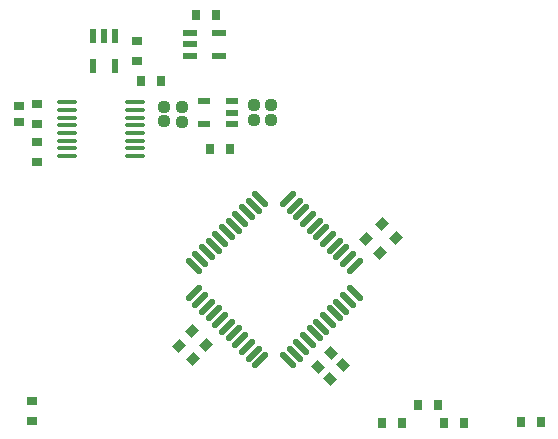
<source format=gtp>
G04*
G04 #@! TF.GenerationSoftware,Altium Limited,Altium Designer,22.4.2 (48)*
G04*
G04 Layer_Color=8421504*
%FSLAX25Y25*%
%MOIN*%
G70*
G04*
G04 #@! TF.SameCoordinates,153A9C53-5A63-4743-AA9A-0FD6701F73E5*
G04*
G04*
G04 #@! TF.FilePolarity,Positive*
G04*
G01*
G75*
%ADD15R,0.03543X0.03150*%
G04:AMPARAMS|DCode=16|XSize=21.65mil|YSize=68.9mil|CornerRadius=0mil|HoleSize=0mil|Usage=FLASHONLY|Rotation=315.000|XOffset=0mil|YOffset=0mil|HoleType=Round|Shape=Round|*
%AMOVALD16*
21,1,0.04724,0.02165,0.00000,0.00000,45.0*
1,1,0.02165,-0.01670,-0.01670*
1,1,0.02165,0.01670,0.01670*
%
%ADD16OVALD16*%

G04:AMPARAMS|DCode=17|XSize=21.65mil|YSize=68.9mil|CornerRadius=0mil|HoleSize=0mil|Usage=FLASHONLY|Rotation=45.000|XOffset=0mil|YOffset=0mil|HoleType=Round|Shape=Round|*
%AMOVALD17*
21,1,0.04724,0.02165,0.00000,0.00000,135.0*
1,1,0.02165,0.01670,-0.01670*
1,1,0.02165,-0.01670,0.01670*
%
%ADD17OVALD17*%

%ADD18R,0.03150X0.03543*%
G04:AMPARAMS|DCode=19|XSize=35.43mil|YSize=31.5mil|CornerRadius=0mil|HoleSize=0mil|Usage=FLASHONLY|Rotation=225.000|XOffset=0mil|YOffset=0mil|HoleType=Round|Shape=Rectangle|*
%AMROTATEDRECTD19*
4,1,4,0.00139,0.02366,0.02366,0.00139,-0.00139,-0.02366,-0.02366,-0.00139,0.00139,0.02366,0.0*
%
%ADD19ROTATEDRECTD19*%

G04:AMPARAMS|DCode=20|XSize=35.43mil|YSize=31.5mil|CornerRadius=0mil|HoleSize=0mil|Usage=FLASHONLY|Rotation=135.000|XOffset=0mil|YOffset=0mil|HoleType=Round|Shape=Rectangle|*
%AMROTATEDRECTD20*
4,1,4,0.02366,-0.00139,0.00139,-0.02366,-0.02366,0.00139,-0.00139,0.02366,0.02366,-0.00139,0.0*
%
%ADD20ROTATEDRECTD20*%

%ADD21R,0.04724X0.02362*%
%ADD22R,0.02362X0.04724*%
%ADD23O,0.06693X0.01378*%
G04:AMPARAMS|DCode=24|XSize=37.4mil|YSize=37.4mil|CornerRadius=9.35mil|HoleSize=0mil|Usage=FLASHONLY|Rotation=0.000|XOffset=0mil|YOffset=0mil|HoleType=Round|Shape=RoundedRectangle|*
%AMROUNDEDRECTD24*
21,1,0.03740,0.01870,0,0,0.0*
21,1,0.01870,0.03740,0,0,0.0*
1,1,0.01870,0.00935,-0.00935*
1,1,0.01870,-0.00935,-0.00935*
1,1,0.01870,-0.00935,0.00935*
1,1,0.01870,0.00935,0.00935*
%
%ADD24ROUNDEDRECTD24*%
%ADD25R,0.04331X0.02362*%
D15*
X16000Y-135228D02*
D03*
X15961Y-128693D02*
D03*
X17500Y-42272D02*
D03*
X17539Y-48807D02*
D03*
X51000Y-15228D02*
D03*
X50961Y-8693D02*
D03*
X11500Y-35756D02*
D03*
Y-30244D02*
D03*
X17500Y-36228D02*
D03*
X17461Y-29693D02*
D03*
D16*
X103500Y-63500D02*
D03*
X105727Y-65727D02*
D03*
X107954Y-67954D02*
D03*
X110181Y-70181D02*
D03*
X112408Y-72408D02*
D03*
X114636Y-74635D02*
D03*
X116863Y-76863D02*
D03*
X119090Y-79090D02*
D03*
X121317Y-81317D02*
D03*
X123544Y-83544D02*
D03*
X92086Y-115002D02*
D03*
X89859Y-112775D02*
D03*
X87632Y-110548D02*
D03*
X85405Y-108321D02*
D03*
X83178Y-106093D02*
D03*
X80950Y-103866D02*
D03*
X78723Y-101639D02*
D03*
X76496Y-99412D02*
D03*
X74269Y-97185D02*
D03*
X72042Y-94958D02*
D03*
X69815Y-92731D02*
D03*
X101273Y-61273D02*
D03*
D17*
X123544Y-92731D02*
D03*
X121317Y-94958D02*
D03*
X119090Y-97185D02*
D03*
X116863Y-99412D02*
D03*
X114636Y-101639D02*
D03*
X112408Y-103866D02*
D03*
X110181Y-106093D02*
D03*
X107954Y-108321D02*
D03*
X105727Y-110548D02*
D03*
X103500Y-112775D02*
D03*
X101273Y-115002D02*
D03*
X69815Y-83544D02*
D03*
X72042Y-81317D02*
D03*
X74269Y-79090D02*
D03*
X76496Y-76863D02*
D03*
X78723Y-74635D02*
D03*
X80950Y-72408D02*
D03*
X83178Y-70181D02*
D03*
X85405Y-67954D02*
D03*
X87632Y-65727D02*
D03*
X89859Y-63500D02*
D03*
X92086Y-61273D02*
D03*
D18*
X144693Y-130039D02*
D03*
X151228Y-130000D02*
D03*
X185500Y-135500D02*
D03*
X178965Y-135539D02*
D03*
X132772Y-136000D02*
D03*
X139307Y-135961D02*
D03*
X159807D02*
D03*
X153272Y-136000D02*
D03*
X75272Y-44500D02*
D03*
X81807Y-44461D02*
D03*
X77228Y0D02*
D03*
X70693Y-39D02*
D03*
X52272Y-22000D02*
D03*
X58807Y-21961D02*
D03*
D19*
X69548Y-114730D02*
D03*
X64899Y-110136D02*
D03*
X137366Y-74311D02*
D03*
X132717Y-69717D02*
D03*
X127217Y-74717D02*
D03*
X131866Y-79311D02*
D03*
X69217Y-105217D02*
D03*
X73866Y-109811D02*
D03*
D20*
X115189Y-121366D02*
D03*
X119783Y-116717D02*
D03*
X115783Y-112717D02*
D03*
X111189Y-117366D02*
D03*
D21*
X68500Y-6000D02*
D03*
Y-9740D02*
D03*
Y-13480D02*
D03*
X78342D02*
D03*
Y-6000D02*
D03*
D22*
X43740Y-7079D02*
D03*
X40000D02*
D03*
X36260D02*
D03*
Y-16921D02*
D03*
X43740D02*
D03*
D23*
X50221Y-46957D02*
D03*
Y-44398D02*
D03*
Y-41839D02*
D03*
Y-39279D02*
D03*
Y-36720D02*
D03*
Y-34161D02*
D03*
Y-31602D02*
D03*
Y-29043D02*
D03*
X27779Y-46957D02*
D03*
Y-44398D02*
D03*
Y-41839D02*
D03*
Y-39279D02*
D03*
Y-36720D02*
D03*
Y-34161D02*
D03*
Y-31602D02*
D03*
Y-29043D02*
D03*
D24*
X66000Y-30539D02*
D03*
Y-35461D02*
D03*
X90000Y-34961D02*
D03*
Y-30039D02*
D03*
X95500D02*
D03*
Y-34961D02*
D03*
X60000Y-35421D02*
D03*
Y-30500D02*
D03*
D25*
X82724Y-36240D02*
D03*
Y-32500D02*
D03*
Y-28760D02*
D03*
X73276D02*
D03*
Y-36240D02*
D03*
M02*

</source>
